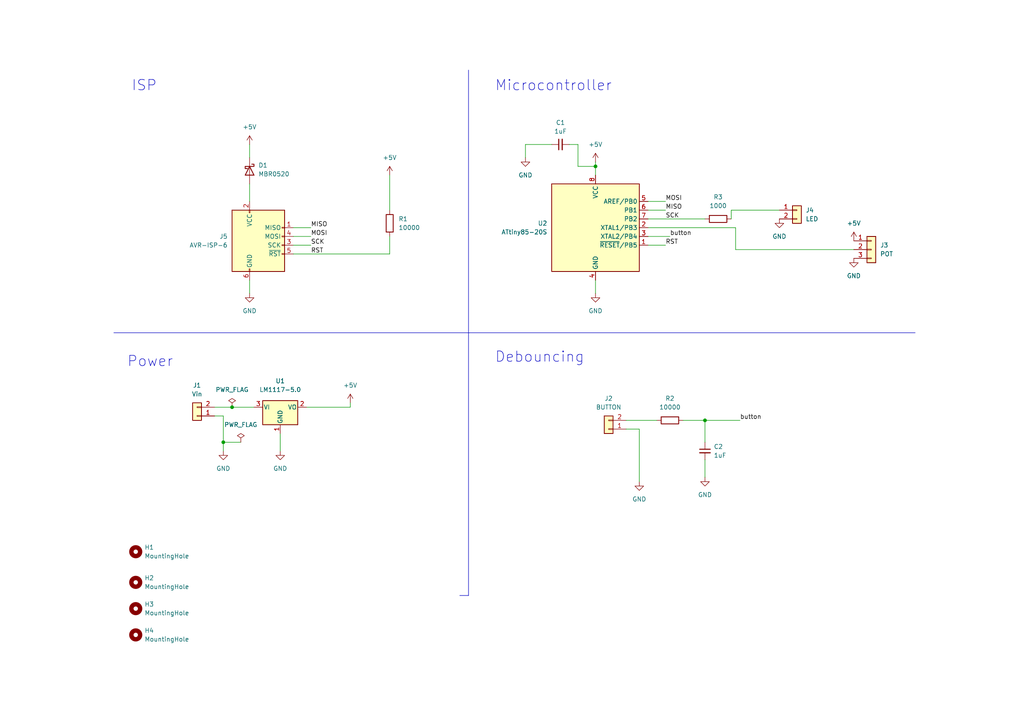
<source format=kicad_sch>
(kicad_sch (version 20230121) (generator eeschema)
  (paper "A4")
  (lib_symbols
    (symbol "Connector:AVR-ISP-6" (pin_names (offset 1.016))
      (property "Reference" "J" (at -6.35 11.43 0))
      (property "Value" "AVR-ISP-6" (at 0 11.43 0))
      (symbol "AVR-ISP-6_0_1"
        (rectangle (start -2.667 -6.858) (end -2.413 -7.62))
        (rectangle (start -2.667 10.16) (end -2.413 9.398))
        (rectangle (start 7.62 -2.413) (end 6.858 -2.667))
        (rectangle (start 7.62 0.127) (end 6.858 -0.127))
        (rectangle (start 7.62 2.667) (end 6.858 2.413))
        (rectangle (start 7.62 5.207) (end 6.858 4.953))
        (rectangle (start 7.62 10.16) (end -7.62 -7.62) (stroke (width 0.254)) (fill (type background)))
      )
      (symbol "AVR-ISP-6_1_1"
        (pin passive line (at 10.16 5.08 180) (length 2.54) (name "MISO") (number "1"))
        (pin passive line (at -2.54 12.7 270) (length 2.54) (name "VCC") (number "2"))
        (pin passive line (at 10.16 0 180) (length 2.54) (name "SCK") (number "3"))
        (pin passive line (at 10.16 2.54 180) (length 2.54) (name "MOSI") (number "4"))
        (pin passive line (at 10.16 -2.54 180) (length 2.54) (name "~{RST}") (number "5"))
        (pin passive line (at -2.54 -10.16 90) (length 2.54) (name "GND") (number "6"))
      )
    )
    (symbol "Connector_Generic:Conn_01x02" (pin_names (offset 1.016) hide)
      (property "Reference" "J" (at 0 2.54 0))
      (property "Value" "Conn_01x02" (at 0 -5.08 0))
      (symbol "Conn_01x02_1_1"
        (rectangle (start -1.27 -2.413) (end 0 -2.667) (stroke (width 0.1524)))
        (rectangle (start -1.27 0.127) (end 0 -0.127) (stroke (width 0.1524)))
        (rectangle (start -1.27 1.27) (end 1.27 -3.81) (stroke (width 0.254)) (fill (type background)))
        (pin passive line (at -5.08 0 0) (length 3.81) (name "Pin_1") (number "1"))
        (pin passive line (at -5.08 -2.54 0) (length 3.81) (name "Pin_2") (number "2"))
      )
    )
    (symbol "Connector_Generic:Conn_01x03" (pin_names (offset 1.016) hide)
      (property "Reference" "J" (at 0 5.08 0))
      (property "Value" "Conn_01x03" (at 0 -5.08 0))
      (symbol "Conn_01x03_1_1"
        (rectangle (start -1.27 -2.413) (end 0 -2.667) (stroke (width 0.1524)))
        (rectangle (start -1.27 0.127) (end 0 -0.127) (stroke (width 0.1524)))
        (rectangle (start -1.27 2.667) (end 0 2.413) (stroke (width 0.1524)))
        (rectangle (start -1.27 3.81) (end 1.27 -3.81) (stroke (width 0.254)) (fill (type background)))
        (pin passive line (at -5.08 2.54 0) (length 3.81) (name "Pin_1") (number "1"))
        (pin passive line (at -5.08 0 0) (length 3.81) (name "Pin_2") (number "2"))
        (pin passive line (at -5.08 -2.54 0) (length 3.81) (name "Pin_3") (number "3"))
      )
    )
    (symbol "Device:C_Small" (pin_numbers hide) (pin_names (offset 0.254) hide)
      (property "Reference" "C" (at 0.254 1.778 0))
      (property "Value" "C_Small" (at 0.254 -2.032 0))
      (symbol "C_Small_0_1"
        (polyline (pts (xy -1.524 -0.508) (xy 1.524 -0.508)) (stroke (width 0.3302)))
        (polyline (pts (xy -1.524 0.508) (xy 1.524 0.508)) (stroke (width 0.3048)))
      )
      (symbol "C_Small_1_1"
        (pin passive line (at 0 2.54 270) (length 2.032) (name "~") (number "1"))
        (pin passive line (at 0 -2.54 90) (length 2.032) (name "~") (number "2"))
      )
    )
    (symbol "Device:R" (pin_numbers hide) (pin_names (offset 0))
      (property "Reference" "R" (at 2.032 0 90))
      (property "Value" "R" (at 0 0 90))
      (symbol "R_0_1"
        (rectangle (start -1.016 -2.54) (end 1.016 2.54) (stroke (width 0.254)))
      )
      (symbol "R_1_1"
        (pin passive line (at 0 3.81 270) (length 1.27) (name "~") (number "1"))
        (pin passive line (at 0 -3.81 90) (length 1.27) (name "~") (number "2"))
      )
    )
    (symbol "Diode:MBR0520" (pin_numbers hide) (pin_names (offset 1.016) hide)
      (property "Reference" "D" (at 0 2.54 0))
      (property "Value" "MBR0520" (at 0 -2.54 0))
      (symbol "MBR0520_0_1"
        (polyline (pts (xy 1.27 0) (xy -1.27 0)))
        (polyline (pts (xy 1.27 1.27) (xy 1.27 -1.27) (xy -1.27 0) (xy 1.27 1.27)) (stroke (width 0.254)))
        (polyline (pts (xy -1.905 0.635) (xy -1.905 1.27) (xy -1.27 1.27) (xy -1.27 -1.27) (xy -0.635 -1.27) (xy -0.635 -0.635)) (stroke (width 0.254)))
      )
      (symbol "MBR0520_1_1"
        (pin passive line (at -3.81 0 0) (length 2.54) (name "K") (number "1"))
        (pin passive line (at 3.81 0 180) (length 2.54) (name "A") (number "2"))
      )
    )
    (symbol "MCU_Microchip_ATtiny:ATtiny85-20S"
      (property "Reference" "U" (at -12.7 13.97 0))
      (property "Value" "ATtiny85-20S" (at 2.54 -13.97 0))
      (symbol "ATtiny85-20S_0_1"
        (rectangle (start -12.7 -12.7) (end 12.7 12.7) (stroke (width 0.254)) (fill (type background)))
      )
      (symbol "ATtiny85-20S_1_1"
        (pin bidirectional line (at 15.24 -5.08 180) (length 2.54) (name "~{RESET}/PB5") (number "1"))
        (pin bidirectional line (at 15.24 0 180) (length 2.54) (name "XTAL1/PB3") (number "2"))
        (pin bidirectional line (at 15.24 -2.54 180) (length 2.54) (name "XTAL2/PB4") (number "3"))
        (pin power_in line (at 0 -15.24 90) (length 2.54) (name "GND") (number "4"))
        (pin bidirectional line (at 15.24 7.62 180) (length 2.54) (name "AREF/PB0") (number "5"))
        (pin bidirectional line (at 15.24 5.08 180) (length 2.54) (name "PB1") (number "6"))
        (pin bidirectional line (at 15.24 2.54 180) (length 2.54) (name "PB2") (number "7"))
        (pin power_in line (at 0 15.24 270) (length 2.54) (name "VCC") (number "8"))
      )
    )
    (symbol "Mechanical:MountingHole" (pin_names (offset 1.016))
      (property "Reference" "H" (at 0 5.08 0))
      (property "Value" "MountingHole" (at 0 3.175 0))
      (symbol "MountingHole_0_1"
        (circle (center 0 0) (radius 1.27) (stroke (width 1.27)))
      )
    )
    (symbol "Regulator_Linear:LM1117-5.0" (pin_names (offset 0.254))
      (property "Reference" "U" (at -3.81 3.175 0))
      (property "Value" "LM1117-5.0" (at 0 3.175 0))
      (symbol "LM1117-5.0_0_1"
        (rectangle (start -5.08 -5.08) (end 5.08 1.905) (stroke (width 0.254)) (fill (type background)))
      )
      (symbol "LM1117-5.0_1_1"
        (pin power_in line (at 0 -7.62 90) (length 2.54) (name "GND") (number "1"))
        (pin power_out line (at 7.62 0 180) (length 2.54) (name "VO") (number "2"))
        (pin power_in line (at -7.62 0 0) (length 2.54) (name "VI") (number "3"))
      )
    )
    (symbol "power:+5V" (power) (pin_names (offset 0))
      (property "Value" "+5V" (at 0 3.556 0))
      (symbol "+5V_0_1"
        (polyline (pts (xy -0.762 1.27) (xy 0 2.54)))
        (polyline (pts (xy 0 0) (xy 0 2.54)))
        (polyline (pts (xy 0 2.54) (xy 0.762 1.27)))
      )
      (symbol "+5V_1_1"
        (pin power_in line (at 0 0 90) (length 0) hide (name "+5V") (number "1"))
      )
    )
    (symbol "power:GND" (power) (pin_names (offset 0))
      (property "Value" "GND" (at 0 -3.81 0))
      (symbol "GND_0_1"
        (polyline (pts (xy 0 0) (xy 0 -1.27) (xy 1.27 -1.27) (xy 0 -2.54) (xy -1.27 -1.27) (xy 0 -1.27)))
      )
      (symbol "GND_1_1"
        (pin power_in line (at 0 0 270) (length 0) hide (name "GND") (number "1"))
      )
    )
    (symbol "power:PWR_FLAG" (power) (pin_numbers hide) (pin_names (offset 0) hide)
      (property "Value" "PWR_FLAG" (at 0 3.81 0))
      (symbol "PWR_FLAG_0_0"
        (pin power_out line (at 0 0 90) (length 0) (name "pwr") (number "1"))
      )
      (symbol "PWR_FLAG_0_1"
        (polyline (pts (xy 0 0) (xy 0 1.27) (xy -1.016 1.905) (xy 0 2.54) (xy 1.016 1.905) (xy 0 1.27)))
      )
    )
  )
  (junction (at 204.47 121.92))
  (junction (at 64.77 128.27))
  (junction (at 172.72 48.26))
  (junction (at 67.31 118.11))
  (wire (pts (xy 81.28 125.73) (xy 81.28 130.81)))
  (wire (pts (xy 85.09 71.12) (xy 90.17 71.12)))
  (polyline (pts (xy 33.02 96.52) (xy 265.43 96.52)))
  (wire (pts (xy 62.23 118.11) (xy 67.31 118.11)))
  (wire (pts (xy 204.47 121.92) (xy 204.47 128.27)))
  (wire (pts (xy 72.39 81.28) (xy 72.39 85.09)))
  (wire (pts (xy 212.09 63.5) (xy 212.09 60.96)))
  (wire (pts (xy 204.47 121.92) (xy 214.63 121.92)))
  (wire (pts (xy 85.09 68.58) (xy 90.17 68.58)))
  (wire (pts (xy 187.96 60.96) (xy 193.04 60.96)))
  (wire (pts (xy 181.61 121.92) (xy 190.5 121.92)))
  (wire (pts (xy 187.96 58.42) (xy 193.04 58.42)))
  (wire (pts (xy 172.72 46.99) (xy 172.72 48.26)))
  (wire (pts (xy 213.36 72.39) (xy 247.65 72.39)))
  (wire (pts (xy 113.03 68.58) (xy 113.03 73.66)))
  (wire (pts (xy 213.36 66.04) (xy 213.36 72.39)))
  (wire (pts (xy 172.72 81.28) (xy 172.72 85.09)))
  (wire (pts (xy 198.12 121.92) (xy 204.47 121.92)))
  (wire (pts (xy 212.09 60.96) (xy 226.06 60.96)))
  (wire (pts (xy 204.47 133.35) (xy 204.47 138.43)))
  (wire (pts (xy 167.64 41.91) (xy 167.64 48.26)))
  (wire (pts (xy 185.42 124.46) (xy 185.42 139.7)))
  (wire (pts (xy 72.39 41.91) (xy 72.39 45.72)))
  (wire (pts (xy 187.96 71.12) (xy 193.04 71.12)))
  (wire (pts (xy 187.96 63.5) (xy 204.47 63.5)))
  (wire (pts (xy 85.09 66.04) (xy 90.17 66.04)))
  (wire (pts (xy 85.09 73.66) (xy 113.03 73.66)))
  (wire (pts (xy 64.77 128.27) (xy 64.77 130.81)))
  (wire (pts (xy 88.9 118.11) (xy 101.6 118.11)))
  (wire (pts (xy 160.02 41.91) (xy 152.4 41.91)))
  (wire (pts (xy 152.4 41.91) (xy 152.4 45.72)))
  (wire (pts (xy 64.77 128.27) (xy 69.85 128.27)))
  (wire (pts (xy 62.23 120.65) (xy 64.77 120.65)))
  (polyline (pts (xy 135.89 172.72) (xy 133.35 172.72)))
  (wire (pts (xy 101.6 118.11) (xy 101.6 116.84)))
  (wire (pts (xy 64.77 120.65) (xy 64.77 128.27)))
  (wire (pts (xy 172.72 48.26) (xy 172.72 50.8)))
  (wire (pts (xy 187.96 68.58) (xy 194.31 68.58)))
  (wire (pts (xy 181.61 124.46) (xy 185.42 124.46)))
  (polyline (pts (xy 135.89 20.32) (xy 135.89 172.72)))
  (wire (pts (xy 187.96 66.04) (xy 213.36 66.04)))
  (wire (pts (xy 113.03 50.8) (xy 113.03 60.96)))
  (wire (pts (xy 67.31 118.11) (xy 73.66 118.11)))
  (wire (pts (xy 72.39 53.34) (xy 72.39 58.42)))
  (wire (pts (xy 165.1 41.91) (xy 167.64 41.91)))
  (wire (pts (xy 167.64 48.26) (xy 172.72 48.26)))
  (text "Debouncing" (at 143.51 105.41 0) (effects (font (size 3 3)) (justify left bottom)))
  (text "ISP" (at 38.1 26.67 0) (effects (font (size 3 3)) (justify left bottom)))
  (text "Microcontroller\n" (at 143.51 26.67 0) (effects (font (size 3 3)) (justify left bottom)))
  (text "Power\n" (at 36.83 106.68 0) (effects (font (size 3 3)) (justify left bottom)))
  (label "MOSI" (at 90.17 68.58 0))
  (label "RST" (at 193.04 71.12 0))
  (label "MISO" (at 193.04 60.96 0))
  (label "button" (at 214.63 121.92 0))
  (label "MOSI" (at 193.04 58.42 0))
  (label "MISO" (at 90.17 66.04 0))
  (label "SCK" (at 193.04 63.5 0))
  (label "SCK" (at 90.17 71.12 0))
  (label "RST" (at 90.17 73.66 0))
  (label "button" (at 194.31 68.58 0))
  (symbol (lib_id "power:+5V") (at 172.72 46.99 0) (unit 1)
    (property "Reference" "#PWR0114" (effects hide))
    (property "Value" "+5V" (at 172.72 41.91 0))
  )
  (symbol (lib_id "power:PWR_FLAG") (at 67.31 118.11 0) (unit 1)
    (property "Reference" "#FLG0103" (effects hide))
    (property "Value" "PWR_FLAG" (at 67.31 113.03 0))
  )
  (symbol (lib_id "power:GND") (at 64.77 130.81 0) (unit 1)
    (property "Reference" "#PWR0108" (effects hide))
    (property "Value" "GND" (at 64.77 135.89 0))
  )
  (symbol (lib_id "Device:R") (at 113.03 64.77 0) (unit 1)
    (property "Reference" "R1" (at 115.57 63.4999 0) (effects (justify left)))
    (property "Value" "10000" (at 115.57 66.0399 0) (effects (justify left)))
    (property "Footprint" "Resistor_SMD:R_0805_2012Metric_Pad1.20x1.40mm_HandSolder" (effects hide))
  )
  (symbol (lib_id "power:GND") (at 172.72 85.09 0) (unit 1)
    (property "Reference" "#PWR0112" (effects hide))
    (property "Value" "GND" (at 172.72 90.17 0))
  )
  (symbol (lib_id "Connector_Generic:Conn_01x02") (at 57.15 120.65 180) (unit 1)
    (property "Reference" "J1" (at 57.15 111.76 0))
    (property "Value" "Vin" (at 57.15 114.3 0))
    (property "Footprint" "Connector_Molex:Molex_KK-254_AE-6410-02A_1x02_P2.54mm_Vertical" (effects hide))
  )
  (symbol (lib_id "power:GND") (at 185.42 139.7 0) (unit 1)
    (property "Reference" "#PWR0111" (effects hide))
    (property "Value" "GND" (at 185.42 144.78 0))
  )
  (symbol (lib_id "Mechanical:MountingHole") (at 39.37 160.02 0) (unit 1)
    (property "Reference" "H1" (at 41.91 158.7499 0) (effects (justify left)))
    (property "Value" "MountingHole" (at 41.91 161.2899 0) (effects (justify left)))
    (property "Footprint" "MountingHole:MountingHole_3.2mm_M3" (effects hide))
  )
  (symbol (lib_id "MCU_Microchip_ATtiny:ATtiny85-20S") (at 172.72 66.04 0) (unit 1)
    (property "Reference" "U2" (at 158.75 64.7699 0) (effects (justify right)))
    (property "Value" "ATtiny85-20S" (at 158.75 67.3099 0) (effects (justify right)))
    (property "Footprint" "Package_SO:SOIC-8W_5.3x5.3mm_P1.27mm" (effects hide))
    (property "Datasheet" "http://ww1.microchip.com/downloads/en/DeviceDoc/atmel-2586-avr-8-bit-microcontroller-attiny25-attiny45-attiny85_datasheet.pdf" (effects hide))
  )
  (symbol (lib_id "Diode:MBR0520") (at 72.39 49.53 270) (unit 1)
    (property "Reference" "D1" (at 74.93 47.9424 90) (effects (justify left)))
    (property "Value" "MBR0520" (at 74.93 50.4824 90) (effects (justify left)))
    (property "Footprint" "Diode_SMD:D_SOD-123" (effects hide))
    (property "Datasheet" "http://www.mccsemi.com/up_pdf/MBR0520~MBR0580(SOD123).pdf" (effects hide))
  )
  (symbol (lib_id "power:PWR_FLAG") (at 69.85 128.27 0) (unit 1)
    (property "Reference" "#FLG0102" (effects hide))
    (property "Value" "PWR_FLAG" (at 69.85 123.19 0))
  )
  (symbol (lib_id "power:GND") (at 247.65 74.93 0) (unit 1)
    (property "Reference" "#PWR0104" (effects hide))
    (property "Value" "GND" (at 247.65 80.01 0))
  )
  (symbol (lib_id "power:+5V") (at 72.39 41.91 0) (unit 1)
    (property "Reference" "#PWR0102" (effects hide))
    (property "Value" "+5V" (at 72.39 36.83 0))
  )
  (symbol (lib_id "power:GND") (at 204.47 138.43 0) (unit 1)
    (property "Reference" "#PWR0110" (effects hide))
    (property "Value" "GND" (at 204.47 143.51 0))
  )
  (symbol (lib_id "Connector:AVR-ISP-6") (at 74.93 71.12 0) (unit 1)
    (property "Reference" "J5" (at 66.04 68.5799 0) (effects (justify right)))
    (property "Value" "AVR-ISP-6" (at 66.04 71.1199 0) (effects (justify right)))
    (property "Footprint" "Connector_IDC:IDC-Header_2x03_P2.54mm_Vertical" (effects hide))
    (property "Datasheet" " ~" (effects hide))
  )
  (symbol (lib_id "power:GND") (at 81.28 130.81 0) (unit 1)
    (property "Reference" "#PWR0106" (effects hide))
    (property "Value" "GND" (at 81.28 135.89 0))
  )
  (symbol (lib_id "Mechanical:MountingHole") (at 39.37 168.91 0) (unit 1)
    (property "Reference" "H2" (at 41.91 167.6399 0) (effects (justify left)))
    (property "Value" "MountingHole" (at 41.91 170.1799 0) (effects (justify left)))
    (property "Footprint" "MountingHole:MountingHole_3.2mm_M3" (effects hide))
  )
  (symbol (lib_id "Connector_Generic:Conn_01x02") (at 176.53 124.46 180) (unit 1)
    (property "Reference" "J2" (at 176.53 115.57 0))
    (property "Value" "BUTTON" (at 176.53 118.11 0))
    (property "Footprint" "Connector_Molex:Molex_KK-254_AE-6410-02A_1x02_P2.54mm_Vertical" (effects hide))
  )
  (symbol (lib_id "Device:R") (at 208.28 63.5 90) (unit 1)
    (property "Reference" "R3" (at 208.28 57.15 90))
    (property "Value" "1000" (at 208.28 59.69 90))
    (property "Footprint" "Resistor_SMD:R_0805_2012Metric_Pad1.20x1.40mm_HandSolder" (effects hide))
  )
  (symbol (lib_id "power:+5V") (at 113.03 50.8 0) (unit 1)
    (property "Reference" "#PWR0101" (effects hide))
    (property "Value" "+5V" (at 113.03 45.72 0))
  )
  (symbol (lib_id "power:GND") (at 226.06 63.5 0) (unit 1)
    (property "Reference" "#PWR0105" (effects hide))
    (property "Value" "GND" (at 226.06 68.58 0))
  )
  (symbol (lib_id "power:GND") (at 152.4 45.72 0) (unit 1)
    (property "Reference" "#PWR0113" (effects hide))
    (property "Value" "GND" (at 152.4 50.8 0))
  )
  (symbol (lib_id "Device:C_Small") (at 204.47 130.81 0) (unit 1)
    (property "Reference" "C2" (at 207.01 129.5462 0) (effects (justify left)))
    (property "Value" "1uF" (at 207.01 132.0862 0) (effects (justify left)))
    (property "Footprint" "Capacitor_SMD:C_0805_2012Metric_Pad1.18x1.45mm_HandSolder" (effects hide))
  )
  (symbol (lib_id "power:+5V") (at 247.65 69.85 0) (unit 1)
    (property "Reference" "#PWR0103" (effects hide))
    (property "Value" "+5V" (at 247.65 64.77 0))
  )
  (symbol (lib_id "Connector_Generic:Conn_01x03") (at 252.73 72.39 0) (unit 1)
    (property "Reference" "J3" (at 255.27 71.1199 0) (effects (justify left)))
    (property "Value" "POT" (at 255.27 73.6599 0) (effects (justify left)))
    (property "Footprint" "Connector_Molex:Molex_KK-254_AE-6410-03A_1x03_P2.54mm_Vertical" (effects hide))
  )
  (symbol (lib_id "Regulator_Linear:LM1117-5.0") (at 81.28 118.11 0) (unit 1)
    (property "Reference" "U1" (at 81.28 110.49 0))
    (property "Value" "LM1117-5.0" (at 81.28 113.03 0))
    (property "Footprint" "Package_TO_SOT_SMD:SOT-223" (effects hide))
    (property "Datasheet" "http://www.ti.com/lit/ds/symlink/lm1117.pdf" (effects hide))
  )
  (symbol (lib_id "Mechanical:MountingHole") (at 39.37 176.53 0) (unit 1)
    (property "Reference" "H3" (at 41.91 175.2599 0) (effects (justify left)))
    (property "Value" "MountingHole" (at 41.91 177.7999 0) (effects (justify left)))
    (property "Footprint" "MountingHole:MountingHole_3.2mm_M3" (effects hide))
  )
  (symbol (lib_id "Mechanical:MountingHole") (at 39.37 184.15 0) (unit 1)
    (property "Reference" "H4" (at 41.91 182.8799 0) (effects (justify left)))
    (property "Value" "MountingHole" (at 41.91 185.4199 0) (effects (justify left)))
    (property "Footprint" "MountingHole:MountingHole_3.2mm_M3" (effects hide))
  )
  (symbol (lib_id "Connector_Generic:Conn_01x02") (at 231.14 60.96 0) (unit 1)
    (property "Reference" "J4" (at 233.68 60.9599 0) (effects (justify left)))
    (property "Value" "LED" (at 233.68 63.4999 0) (effects (justify left)))
    (property "Footprint" "Connector_Molex:Molex_KK-254_AE-6410-02A_1x02_P2.54mm_Vertical" (effects hide))
  )
  (symbol (lib_id "Device:C_Small") (at 162.56 41.91 90) (unit 1)
    (property "Reference" "C1" (at 162.5663 35.56 90))
    (property "Value" "1uF" (at 162.5663 38.1 90))
    (property "Footprint" "Capacitor_SMD:C_0805_2012Metric_Pad1.18x1.45mm_HandSolder" (effects hide))
  )
  (symbol (lib_id "Device:R") (at 194.31 121.92 90) (unit 1)
    (property "Reference" "R2" (at 194.31 115.57 90))
    (property "Value" "10000" (at 194.31 118.11 90))
    (property "Footprint" "Resistor_SMD:R_0805_2012Metric_Pad1.20x1.40mm_HandSolder" (effects hide))
  )
  (symbol (lib_id "power:GND") (at 72.39 85.09 0) (unit 1)
    (property "Reference" "#PWR0109" (effects hide))
    (property "Value" "GND" (at 72.39 90.17 0))
  )
  (symbol (lib_id "power:+5V") (at 101.6 116.84 0) (unit 1)
    (property "Reference" "#PWR0107" (effects hide))
    (property "Value" "+5V" (at 101.6 111.76 0))
  )
)
</source>
